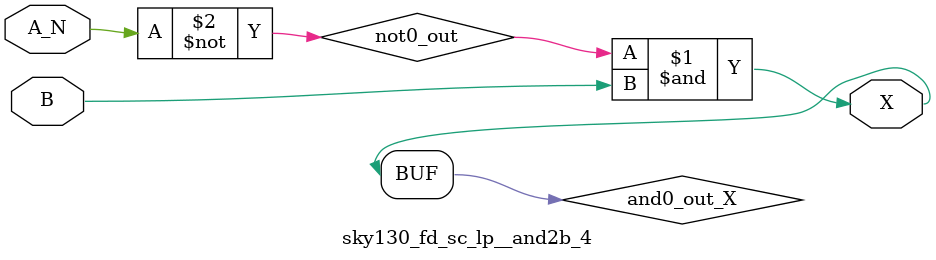
<source format=v>
/*
 * Copyright 2020 The SkyWater PDK Authors
 *
 * Licensed under the Apache License, Version 2.0 (the "License");
 * you may not use this file except in compliance with the License.
 * You may obtain a copy of the License at
 *
 *     https://www.apache.org/licenses/LICENSE-2.0
 *
 * Unless required by applicable law or agreed to in writing, software
 * distributed under the License is distributed on an "AS IS" BASIS,
 * WITHOUT WARRANTIES OR CONDITIONS OF ANY KIND, either express or implied.
 * See the License for the specific language governing permissions and
 * limitations under the License.
 *
 * SPDX-License-Identifier: Apache-2.0
*/


`ifndef SKY130_FD_SC_LP__AND2B_4_FUNCTIONAL_V
`define SKY130_FD_SC_LP__AND2B_4_FUNCTIONAL_V

/**
 * and2b: 2-input AND, first input inverted.
 *
 * Verilog simulation functional model.
 */

`timescale 1ns / 1ps
`default_nettype none

`celldefine
module sky130_fd_sc_lp__and2b_4 (
    X  ,
    A_N,
    B
);

    // Module ports
    output X  ;
    input  A_N;
    input  B  ;

    // Local signals
    wire not0_out  ;
    wire and0_out_X;

    //  Name  Output      Other arguments
    not not0 (not0_out  , A_N            );
    and and0 (and0_out_X, not0_out, B    );
    buf buf0 (X         , and0_out_X     );

endmodule
`endcelldefine

`default_nettype wire
`endif  // SKY130_FD_SC_LP__AND2B_4_FUNCTIONAL_V

</source>
